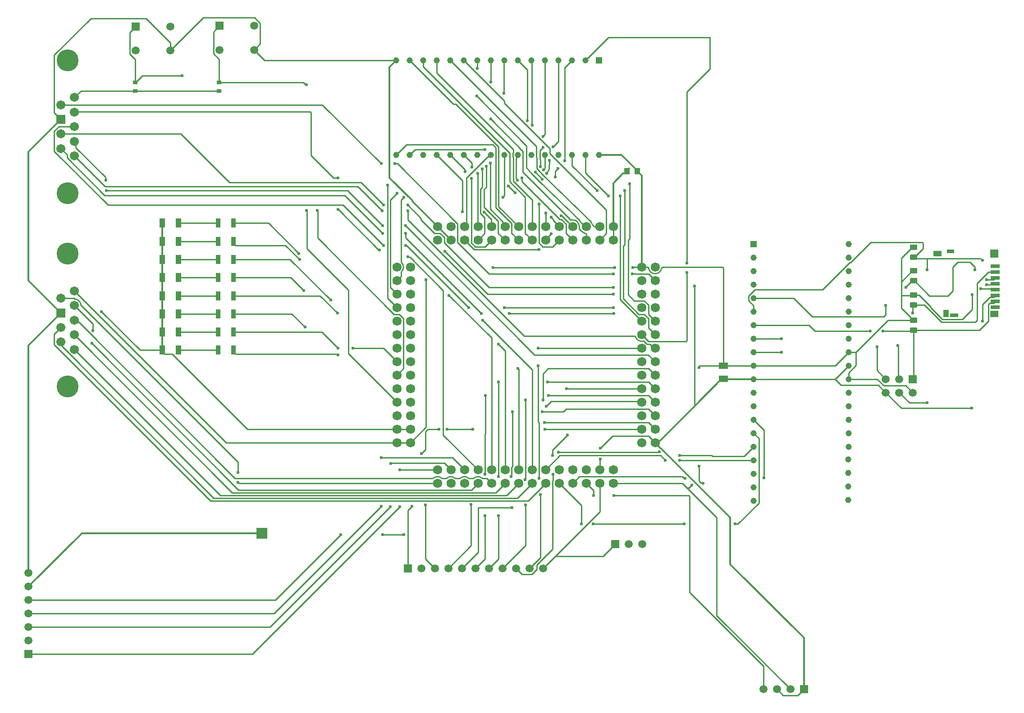
<source format=gbr>
G04*
G04 #@! TF.GenerationSoftware,Altium Limited,Altium Designer,22.4.2 (48)*
G04*
G04 Layer_Physical_Order=1*
G04 Layer_Color=255*
%FSLAX25Y25*%
%MOIN*%
G70*
G04*
G04 #@! TF.SameCoordinates,08344E4B-EA76-4565-9D62-395010ACA534*
G04*
G04*
G04 #@! TF.FilePolarity,Positive*
G04*
G01*
G75*
%ADD13C,0.01000*%
%ADD14R,0.06102X0.03937*%
%ADD15R,0.05512X0.03150*%
%ADD16R,0.03937X0.05709*%
%ADD17R,0.05906X0.03150*%
%ADD18R,0.06890X0.03150*%
%ADD19R,0.05906X0.05906*%
%ADD20R,0.05906X0.05118*%
%ADD21R,0.04331X0.05118*%
%ADD22R,0.07874X0.07874*%
%ADD23R,0.03543X0.02756*%
%ADD24R,0.03819X0.06811*%
%ADD25R,0.03976X0.06811*%
G04:AMPARAMS|DCode=26|XSize=39.37mil|YSize=55.91mil|CornerRadius=4.92mil|HoleSize=0mil|Usage=FLASHONLY|Rotation=90.000|XOffset=0mil|YOffset=0mil|HoleType=Round|Shape=RoundedRectangle|*
%AMROUNDEDRECTD26*
21,1,0.03937,0.04606,0,0,90.0*
21,1,0.02953,0.05591,0,0,90.0*
1,1,0.00984,0.02303,0.01476*
1,1,0.00984,0.02303,-0.01476*
1,1,0.00984,-0.02303,-0.01476*
1,1,0.00984,-0.02303,0.01476*
%
%ADD26ROUNDEDRECTD26*%
%ADD27R,0.07165X0.04567*%
%ADD55C,0.01000*%
%ADD56C,0.01378*%
%ADD57C,0.04528*%
%ADD58R,0.04528X0.04528*%
%ADD59R,0.05937X0.05937*%
%ADD60C,0.05937*%
%ADD61R,0.05937X0.05937*%
%ADD62R,0.04528X0.04528*%
%ADD63C,0.05898*%
%ADD64R,0.05898X0.05898*%
%ADD65C,0.06724*%
%ADD66R,0.06724X0.06724*%
%ADD67C,0.16205*%
%ADD68C,0.06791*%
%ADD69C,0.02362*%
D13*
X481633Y346971D02*
G03*
X491367Y346971I4867J529D01*
G01*
X328923Y191000D02*
G03*
X322077Y191000I-3423J-3500D01*
G01*
X338923D02*
G03*
X332077Y191000I-3423J-3500D01*
G01*
X358923D02*
G03*
X352077Y191000I-3423J-3500D01*
G01*
X348923D02*
G03*
X342077Y191000I-3423J-3500D01*
G01*
X298808Y343891D02*
G03*
X298808Y351109I-3308J3609D01*
G01*
X471827Y296041D02*
G03*
X477653Y292742I4673J1459D01*
G01*
X471661Y296207D02*
G03*
X471659Y296210I-707J-707D01*
G01*
X61859Y319141D02*
G03*
X57172Y323828I-4859J-172D01*
G01*
X430396Y377500D02*
G03*
X425909Y382379I-4896J-0D01*
G01*
X438929Y380994D02*
G03*
X438928Y380995I-3429J-3494D01*
G01*
X440227Y378773D02*
G03*
X438929Y380994I-4727J-1273D01*
G01*
X431878Y380122D02*
G03*
X430284Y382466I-6378J-2623D01*
G01*
X421276Y381476D02*
G03*
X421294Y381459I704J710D01*
G01*
X423962Y382628D02*
G03*
X424074Y382533I706J709D01*
G01*
X432037Y374000D02*
G03*
X433798Y372874I3459J3465D01*
G01*
X325500Y377500D02*
X335500Y367500D01*
X419500Y426000D02*
Y495000D01*
X403646Y444146D02*
Y444514D01*
X411082Y436582D02*
X415000Y440500D01*
X385000Y500500D02*
X391896Y493604D01*
X408764Y431335D02*
Y435236D01*
X391896Y455896D02*
Y493604D01*
X375101Y468899D02*
X408764Y435236D01*
X375101Y468899D02*
Y470399D01*
X403646Y444514D02*
X405000Y445869D01*
X401514Y426400D02*
X401679Y421932D01*
X345000Y500500D02*
X375101Y470399D01*
X401500Y426793D02*
X401514Y426400D01*
X401236Y433736D02*
X403500Y436000D01*
X401236Y427056D02*
Y433736D01*
Y427056D02*
X401500Y426793D01*
X355000Y494500D02*
Y500500D01*
X105528Y285972D02*
X122055D01*
X77000Y314500D02*
X105528Y285972D01*
X57000Y329756D02*
X169256Y217500D01*
X295500D01*
X448000Y133500D02*
X457000Y142500D01*
X318328Y227500D02*
X326500D01*
X305500Y217500D02*
X317000Y229000D01*
X316500Y212500D02*
Y225672D01*
X318328Y227500D01*
X317000Y229000D02*
Y338000D01*
X313500Y209500D02*
X316500Y212500D01*
X366500Y347000D02*
X456500D01*
X470500Y347500D02*
X476500D01*
X470000Y347000D02*
X470500Y347500D01*
X455500Y367500D02*
Y377500D01*
X515271Y244229D02*
X515500Y244458D01*
Y333500D01*
X445750Y197750D02*
Y205250D01*
X446000Y205500D01*
X445500Y197500D02*
X445750Y197750D01*
X431465Y208000D02*
X431646Y208181D01*
X460982D02*
X461164Y208000D01*
X490500D01*
X416000D02*
X431465D01*
X431646Y208181D02*
X460982D01*
X405500Y197500D02*
X416000Y208000D01*
X415061Y210575D02*
X489394D01*
X490500Y208000D02*
X494000Y204500D01*
X410500Y208000D02*
Y212000D01*
X421500Y223000D01*
X414955Y210469D02*
X415061Y210575D01*
X489394D02*
X489500Y210681D01*
X481604Y222396D02*
X486500Y217500D01*
X454896Y222396D02*
X481604D01*
X446000Y213500D02*
X454896Y222396D01*
X510000Y184000D02*
X532000Y162000D01*
X506500Y187500D02*
X510000Y184000D01*
X511500D02*
X513500Y186000D01*
X510000Y184000D02*
X511500D01*
X519000Y188999D02*
Y200000D01*
X520238Y187761D02*
X521739D01*
X522000Y187500D01*
X519000Y188999D02*
X520238Y187761D01*
X491603Y347207D02*
X491896Y347500D01*
X491367Y346971D02*
X491603Y347207D01*
X481397Y347207D02*
X481633Y346971D01*
X481633Y346971D01*
X519000Y274000D02*
X519342Y274342D01*
X537000D01*
X412500Y133500D02*
X445500Y166500D01*
X412500Y133500D02*
X448000D01*
X403500Y124500D02*
X412500Y133500D01*
X407000Y262500D02*
X481500D01*
X486500Y257500D01*
X512000Y106672D02*
X566500Y52172D01*
Y35000D02*
Y52172D01*
X512000Y106672D02*
Y177914D01*
X532000Y89500D02*
Y162000D01*
Y89500D02*
X586500Y35000D01*
X576500D02*
X580969Y30531D01*
X592031D01*
X596500Y35000D01*
X303500Y167500D02*
X306500Y170500D01*
X303500Y124500D02*
Y167500D01*
X332500Y227500D02*
X351500D01*
X405000D02*
X476500D01*
X350396Y141396D02*
Y171896D01*
X333500Y124500D02*
X350396Y141396D01*
X404500Y232500D02*
X481500Y232500D01*
X486500Y227500D01*
X343500Y124500D02*
X355500Y136500D01*
Y169500D01*
X380500D01*
X360500Y131500D02*
Y163500D01*
X353500Y124500D02*
X360500Y131500D01*
X370500D02*
Y163500D01*
X363500Y124500D02*
X370500Y131500D01*
X380396Y192896D02*
Y199319D01*
X381000Y199924D02*
Y240500D01*
X380396Y199319D02*
X381000Y199924D01*
X380000Y192500D02*
X380396Y192896D01*
X403000Y240500D02*
X418708D01*
X420604Y242396D01*
X481604D01*
X486500Y237500D01*
X409681Y248181D02*
X475819D01*
X476500Y247500D01*
X406000Y244500D02*
X409681Y248181D01*
X316500Y131500D02*
Y171500D01*
Y131500D02*
X323500Y124500D01*
X370500Y192500D02*
Y262500D01*
X403500Y268500D02*
X407396Y272396D01*
X403500Y249000D02*
Y268500D01*
X481500Y252500D02*
X486500Y247500D01*
X407500Y252500D02*
X481500D01*
X421000Y257500D02*
X476500D01*
X411000Y189924D02*
Y194000D01*
X399031Y127203D02*
X410604Y138776D01*
X399031Y123712D02*
Y127203D01*
X410604Y138776D02*
Y189528D01*
X395351Y120031D02*
X399031Y123712D01*
X387968Y120031D02*
X395351D01*
X410604Y189528D02*
X411000Y189924D01*
X383500Y124500D02*
X387968Y120031D01*
X401500Y132500D02*
Y179000D01*
X393500Y124500D02*
X401500Y132500D01*
X373500Y124500D02*
X390500Y141500D01*
Y171500D01*
X157519Y174604D02*
X392604D01*
X405500Y187500D01*
X42138Y289986D02*
X157519Y174604D01*
X390495Y248995D02*
X390500Y249000D01*
X390490Y189990D02*
X390495Y189995D01*
Y248995D01*
X407396Y272396D02*
X481604D01*
X486500Y267500D01*
X360500Y194000D02*
Y223566D01*
X358923Y191000D02*
X362000D01*
X362293Y190707D02*
X365500Y187500D01*
X328923Y191000D02*
X332077D01*
X348923D02*
X352077D01*
X338923D02*
X342077D01*
X362000D02*
X362293Y190707D01*
X176000Y191000D02*
X322077D01*
X175707Y191293D02*
X176000Y191000D01*
X60348Y306652D02*
X175707Y191293D01*
X360500Y223566D02*
X361000Y224066D01*
Y252500D01*
X508131Y191000D02*
X508500D01*
X506736Y192396D02*
X508131Y191000D01*
X430396Y192396D02*
X506736D01*
X425500Y187500D02*
X430396Y192396D01*
X563185Y172941D02*
Y220736D01*
X547744Y157500D02*
X563185Y172941D01*
X545500Y157500D02*
X547744D01*
X173789Y180604D02*
X368604D01*
X376604Y178604D02*
X385500Y187500D01*
X165002Y178604D02*
X376604D01*
X368604Y180604D02*
X375500Y187500D01*
X57000Y286606D02*
X165002Y178604D01*
X57000Y297394D02*
X173789Y180604D01*
X160126Y176604D02*
X384604D01*
X395500Y187500D01*
X400000Y232816D02*
X400500Y232316D01*
Y191000D02*
Y232316D01*
X400000Y232816D02*
Y274500D01*
Y287500D02*
X476500D01*
X567000Y191500D02*
Y226921D01*
X559421Y234500D02*
X567000Y226921D01*
X559421Y224500D02*
X563185Y220736D01*
X174827Y339657D02*
X216843D01*
X226500Y330000D01*
X240106Y299394D02*
X252000Y287500D01*
X174827Y299394D02*
X240106D01*
X385000Y272500D02*
X385500Y272000D01*
Y197500D02*
Y272000D01*
X174827Y353075D02*
X216425D01*
X246500Y323000D01*
X370500Y290500D02*
X375500Y285500D01*
Y197500D02*
Y285500D01*
X238768Y326232D02*
X251500Y313500D01*
X174827Y326232D02*
X238768D01*
X359000Y308000D02*
X395500Y271500D01*
Y197500D02*
Y271500D01*
X176236Y363595D02*
X212906D01*
X223500Y353000D01*
X174827Y365004D02*
Y366500D01*
Y365004D02*
X176236Y363595D01*
X329788Y223212D02*
Y330135D01*
X303761Y354739D02*
X305184D01*
X303500Y355000D02*
X303761Y354739D01*
X365500Y197500D02*
Y295000D01*
X334000Y326500D02*
X365500Y295000D01*
X329788Y223212D02*
X355500Y197500D01*
X305184Y354739D02*
X329788Y330135D01*
X200500Y380000D02*
X223000Y357500D01*
X174827Y380000D02*
X200500D01*
X252000Y390000D02*
X252341D01*
X282159Y360181D01*
X282500D01*
X81836Y393500D02*
X255500D01*
X285500Y363500D01*
X288500Y324500D02*
X295500Y317500D01*
X288500Y324500D02*
Y408000D01*
X295500Y217500D02*
X305500D01*
X295500Y227500D02*
X305500D01*
X174827Y312815D02*
X217685D01*
X227500Y303000D01*
X263000Y287500D02*
X285500D01*
X259500Y283500D02*
Y330500D01*
Y283500D02*
X295500Y247500D01*
X229000Y361000D02*
X259500Y330500D01*
X285500Y287500D02*
X295500Y277500D01*
X174827Y284476D02*
X176236Y283067D01*
X251064D01*
X251631Y282500D02*
X252000D01*
X174827Y284476D02*
Y285972D01*
X251064Y283067D02*
X251631Y282500D01*
X228131Y482500D02*
X228500D01*
X164000Y484150D02*
X226482D01*
X228131Y482500D01*
X229000Y361000D02*
Y389000D01*
X237000Y369076D02*
Y390000D01*
Y369076D02*
X293472Y312604D01*
X297319D01*
X102000Y484150D02*
X102394D01*
X107244Y489000D01*
X136500D01*
X297319Y312604D02*
X300396Y309528D01*
Y272396D02*
Y309528D01*
X295500Y267500D02*
X300396Y272396D01*
X389577Y296500D02*
X471368Y296500D01*
X362500Y327500D02*
X455500D01*
X302000Y369000D02*
X358000Y313000D01*
X302000Y369000D02*
Y372500D01*
X302500Y363500D02*
X348500Y317500D01*
X331000Y359000D02*
X362500Y327500D01*
X363577Y332500D02*
X455500D01*
X389284Y296793D02*
X389577Y296500D01*
X303500Y382576D02*
X389284Y296793D01*
X302000Y378000D02*
X397396Y282604D01*
X330604Y365472D02*
X363577Y332500D01*
X397396Y282604D02*
X481396D01*
X302000Y363500D02*
X302500D01*
X23000Y101000D02*
X205500D01*
X254000Y149500D01*
X285000D02*
X300500D01*
X204500Y91000D02*
X284000Y170500D01*
X23000Y91000D02*
X204500D01*
X284000Y206500D02*
X336500D01*
X345500Y197500D01*
X201500Y81000D02*
X290500Y170000D01*
X23000Y81000D02*
X201500D01*
X292000Y202500D02*
X330500D01*
X335500Y197500D01*
X23000Y61000D02*
X188500D01*
X297500Y170000D01*
Y197500D02*
X325500D01*
X415500Y187500D02*
X432000Y171000D01*
Y157500D02*
Y171000D01*
X440500Y157500D02*
X508000D01*
X456000Y178500D02*
X511414D01*
X512000Y177914D01*
X455500Y187500D02*
X506500D01*
X528395Y208000D02*
X528895Y207500D01*
X504500Y208000D02*
X528395D01*
X528895Y207500D02*
X552421D01*
X559421Y214500D01*
X504500Y204500D02*
X559421D01*
X47000Y446000D02*
X135806D01*
X171806Y410000D01*
X269000D01*
X79819Y407000D02*
X266500D01*
X80500Y404000D02*
X259000D01*
X285000Y378000D01*
X79361Y400581D02*
X256919D01*
X285000Y372500D01*
X266500Y407000D02*
X284500Y389000D01*
X57000Y429819D02*
X79819Y407000D01*
X232000Y430000D02*
X248500Y413500D01*
X252000D01*
X269000Y410000D02*
X285500Y393500D01*
X303500D02*
X313486Y383514D01*
Y382590D02*
Y383514D01*
X323472Y372604D02*
X327319D01*
X313486Y382590D02*
X323472Y372604D01*
X327319D02*
X330604Y369319D01*
Y365472D02*
Y369319D01*
X57000Y462181D02*
X57319Y462500D01*
X232000Y430000D02*
Y461914D01*
X57319Y462500D02*
X231414D01*
X232000Y461914D01*
X42138Y433199D02*
X81836Y393500D01*
X42138Y433199D02*
Y448014D01*
X45518Y451394D01*
X57000D01*
X51541Y428402D02*
X79361Y400581D01*
X51541Y428402D02*
Y430672D01*
X47000Y435213D02*
X51541Y430672D01*
X375000Y317500D02*
X455500D01*
X378500Y313000D02*
X456000D01*
X340396Y365681D02*
X363577Y342500D01*
X340396Y365681D02*
Y379528D01*
X295923Y424000D02*
X340396Y379528D01*
X240425Y467575D02*
X284000Y424000D01*
X47000Y467575D02*
X240425D01*
X294000Y424000D02*
X295923D01*
X363577Y342500D02*
X455500D01*
X469500D02*
X481500D01*
X466500Y327000D02*
Y367500D01*
Y327000D02*
X470896Y322604D01*
X481500Y342500D02*
X486500Y337500D01*
X463000Y324000D02*
Y363000D01*
Y324000D02*
X474396Y312604D01*
X463000Y363000D02*
X464000Y364000D01*
X460500Y323500D02*
Y400000D01*
Y323500D02*
X476500Y307500D01*
X58095Y435962D02*
X79989Y414068D01*
Y412011D02*
Y414068D01*
Y412011D02*
X80250Y411750D01*
X57000Y440606D02*
X58095Y439511D01*
Y435962D02*
Y439511D01*
X481396Y282604D02*
X486500Y277500D01*
X303500Y382576D02*
Y389000D01*
X298793Y351124D02*
X298808Y351109D01*
X298500Y351417D02*
Y397000D01*
X290604Y332396D02*
Y397104D01*
X295500Y402000D01*
Y337500D02*
X298500Y340500D01*
Y343583D01*
X298793Y343876D01*
X290604Y332396D02*
X295500Y327500D01*
X298793Y343876D02*
X298808Y343891D01*
X298500Y351417D02*
X298793Y351124D01*
X298500Y397000D02*
X300500Y399000D01*
X478474Y292449D02*
X480423Y290500D01*
X471661Y296207D02*
X471827Y296041D01*
X477653Y292742D02*
X477767D01*
X478181D02*
X478474Y292449D01*
X471368Y296500D02*
X471659Y296210D01*
X477767Y292742D02*
X478181D01*
X482577Y290500D02*
X485576Y287500D01*
X480423Y290500D02*
X482577D01*
X481500Y292500D02*
X509414D01*
X485576Y287500D02*
X486500D01*
X476500Y297500D02*
X481500Y292500D01*
X510000Y293086D02*
Y343500D01*
X509414Y292500D02*
X510000Y293086D01*
X184902Y227500D02*
X295500D01*
X129335Y283067D02*
X184902Y227500D01*
X123543Y283067D02*
X129335D01*
X122055Y284555D02*
Y285972D01*
Y284555D02*
X123543Y283067D01*
X56638Y324362D02*
X57172Y323828D01*
X47000Y324362D02*
X56638D01*
X61859Y319141D02*
X178000Y203000D01*
Y195500D02*
Y203000D01*
X58549Y308181D02*
X60078Y306652D01*
X60348D01*
X70000Y291000D02*
X178396Y182604D01*
X57000Y308181D02*
X58549D01*
X178396Y182604D02*
X350604D01*
X178000Y188000D02*
X178500Y187500D01*
X325500D01*
X350604Y182604D02*
X355500Y187500D01*
X48095Y288635D02*
X160126Y176604D01*
X57000Y318969D02*
X70500Y305469D01*
Y300500D02*
Y305469D01*
X445500Y166500D02*
Y187500D01*
X42138Y297925D02*
X47000Y302787D01*
X42138Y289986D02*
Y297925D01*
X48095Y288635D02*
Y290905D01*
X47000Y292000D02*
X48095Y290905D01*
X378000Y407500D02*
X383000Y402500D01*
X375000Y400369D02*
Y430421D01*
X374000Y399369D02*
X375000Y400369D01*
X374000Y399000D02*
Y399369D01*
X381500Y411000D02*
Y428598D01*
X325000Y491000D02*
X381500Y434500D01*
Y411000D02*
X395500Y397000D01*
X381236Y431980D02*
X381500Y432244D01*
X381236Y428862D02*
Y431980D01*
X383500Y412913D02*
Y428072D01*
X385000Y429572D01*
Y430421D01*
X384646Y411646D02*
Y411767D01*
X383500Y412913D02*
X384646Y411767D01*
X381236Y428862D02*
X381500Y428598D01*
Y432244D02*
Y434500D01*
X388764Y417688D02*
Y433236D01*
X389350Y417102D02*
X423962Y382628D01*
X388764Y417688D02*
X389350Y417102D01*
X365000Y457000D02*
X388764Y433236D01*
X405000Y420869D02*
Y430421D01*
X403989Y419858D02*
X405000Y420869D01*
X403989Y419489D02*
Y419858D01*
X406164Y416925D02*
X408000Y420000D01*
Y423215D01*
X401890Y409819D02*
X430284Y382466D01*
X400319Y411389D02*
X401890Y409819D01*
X404110Y415181D02*
X438928Y380995D01*
X391236Y421178D02*
Y437264D01*
X402819Y416390D02*
X404027Y415181D01*
X432014Y379986D02*
X434500Y377500D01*
X431878Y380122D02*
X432014Y379986D01*
X395465Y416535D02*
X400319Y411389D01*
X398146Y417646D02*
X403000Y412500D01*
X391236Y421178D02*
X395465Y416535D01*
X402791Y416422D02*
X402819Y416390D01*
X400827Y418756D02*
X402791Y416422D01*
X404027Y415181D02*
X404110D01*
X440227Y378773D02*
X440407Y378593D01*
X399006Y420577D02*
X400827Y418756D01*
X398764Y436736D02*
X399006Y420577D01*
X335000Y500500D02*
X398471Y437029D01*
X434500Y377500D02*
X435500D01*
X430396Y377500D02*
X430396Y375642D01*
X424074Y382533D02*
X425909Y382379D01*
X430396Y375642D02*
X430544Y375494D01*
X398471Y437029D02*
X398764Y436736D01*
X440407Y378593D02*
X441500Y377500D01*
X430544Y375494D02*
X432037Y374000D01*
X400500Y365577D02*
Y394000D01*
X405500Y368000D02*
X409500Y372000D01*
X403472Y362604D02*
X410604D01*
X415500Y367500D01*
X400500Y365577D02*
X403472Y362604D01*
X352500Y360500D02*
X400500D01*
X345500Y367500D02*
X352500Y360500D01*
X405500Y377500D02*
Y387500D01*
X411249Y381751D02*
Y382458D01*
X409500Y384207D02*
Y384500D01*
Y384207D02*
X411249Y382458D01*
X350500Y365577D02*
X353472Y362604D01*
X350500Y365577D02*
Y413000D01*
X344000Y388500D02*
Y411421D01*
X325000Y430421D02*
X344000Y411421D01*
X347000Y380567D02*
Y413500D01*
X345500Y379067D02*
X347000Y380567D01*
Y413500D02*
X362799Y429299D01*
X345500Y377500D02*
Y379067D01*
X357423Y405257D02*
X358500Y406334D01*
X360396Y372396D02*
Y384021D01*
X365444Y377556D02*
X365500Y377500D01*
X360104Y388104D02*
X365444Y382764D01*
X357423Y386994D02*
Y405257D01*
Y386994D02*
X360396Y384021D01*
X365444Y377556D02*
Y382764D01*
X374038Y380529D02*
X375500Y379067D01*
Y377500D02*
Y379067D01*
X364500Y390500D02*
Y424500D01*
X374038Y380529D02*
Y380962D01*
X360146Y391854D02*
X370396Y381604D01*
X360146Y391854D02*
Y405152D01*
X364500Y390500D02*
X374038Y380962D01*
X370396Y372604D02*
Y381604D01*
X355500Y367500D02*
X360396Y372396D01*
X345739Y418261D02*
X346000Y418000D01*
X335000Y430421D02*
X345739Y419682D01*
Y418261D02*
Y419682D01*
X364045Y430421D02*
X365000D01*
X362923Y429299D02*
X364045Y430421D01*
X362799Y429299D02*
X362923D01*
X353472Y362604D02*
X360604D01*
X365500Y367500D01*
X358500Y406334D02*
Y420000D01*
X361500Y406506D02*
Y422000D01*
X360146Y405152D02*
X361500Y406506D01*
X355319Y416766D02*
X355410Y416675D01*
Y377590D02*
Y416675D01*
Y377590D02*
X355500Y377500D01*
X345000Y430421D02*
X351000Y424421D01*
Y421500D02*
Y424421D01*
X370396Y372604D02*
X375500Y367500D01*
X309079Y434500D02*
X360500D01*
X305000Y430421D02*
X309079Y434500D01*
X302579Y438000D02*
X366500D01*
X295000Y430421D02*
X302579Y438000D01*
X366500D02*
X368764Y435736D01*
X370764Y392236D02*
Y436565D01*
X368764Y391408D02*
X380396Y379776D01*
X370764Y392236D02*
X385500Y377500D01*
X368764Y391408D02*
Y435736D01*
X339134Y468195D02*
X370764Y436565D01*
X305000Y500500D02*
X337305Y468195D01*
X339134D01*
X380396Y372604D02*
X385500Y367500D01*
X380396Y372604D02*
Y379776D01*
X408764Y431335D02*
X450396Y389703D01*
X425000Y422500D02*
X443500Y404000D01*
X425000Y422500D02*
Y430421D01*
X466500Y367500D02*
X467500Y368500D01*
Y409000D01*
X470896Y322604D02*
X478319D01*
X481604Y319319D01*
Y312396D02*
Y319319D01*
Y312396D02*
X486500Y307500D01*
X435000Y417000D02*
Y430421D01*
Y417000D02*
X452000Y400000D01*
X464000Y364000D02*
Y404000D01*
X474396Y312604D02*
X478319D01*
X481604Y309319D01*
Y302396D02*
X486500Y297500D01*
X481604Y302396D02*
Y309319D01*
X435000Y500500D02*
X452000Y517500D01*
X527000D01*
Y494000D02*
Y517500D01*
X510000Y350500D02*
Y477000D01*
X527000Y494000D01*
X491896Y347500D02*
X536414D01*
X536707Y347207D02*
X537000Y346914D01*
X536414Y347500D02*
X536707Y347207D01*
X405000Y445869D02*
Y500500D01*
X408396Y423610D02*
Y426396D01*
X408000Y423215D02*
X408396Y423610D01*
X419500Y495000D02*
X425000Y500500D01*
X412500Y414000D02*
Y418500D01*
X414500Y420500D01*
X405500Y367500D02*
Y368000D01*
X415000Y440500D02*
Y500500D01*
X379000Y410672D02*
Y431744D01*
X315000Y495744D02*
X379000Y431744D01*
X315000Y495744D02*
Y500500D01*
X379000Y410672D02*
X390396Y399276D01*
Y372604D02*
Y399276D01*
Y372604D02*
X395500Y367500D01*
X388000Y410708D02*
Y413500D01*
X374750Y500250D02*
X375000Y500500D01*
X395000D02*
X395250Y500250D01*
X374750Y476250D02*
Y500250D01*
X374500Y476000D02*
X374750Y476250D01*
X395250Y452750D02*
Y500250D01*
Y452750D02*
X395500Y452500D01*
X365000Y484500D02*
Y500500D01*
X354500Y474000D02*
X391236Y437264D01*
X325000Y491000D02*
Y500500D01*
X395500Y377500D02*
Y397000D01*
X441500Y377500D02*
X445500D01*
X450396Y372396D02*
Y389703D01*
X411249Y381751D02*
X415500Y377500D01*
X421294Y381459D02*
X421294Y381459D01*
X421272Y381480D02*
X421276Y381476D01*
X417252Y385500D02*
X421272Y381480D01*
X421294Y381459D02*
X425500Y377500D01*
X417105Y382819D02*
X420604Y379319D01*
X388000Y410708D02*
X415890Y382819D01*
X420604Y372396D02*
Y379319D01*
X415890Y382819D02*
X417105D01*
X420604Y372396D02*
X425500Y367500D01*
X417000Y385500D02*
X417252D01*
X197784Y500500D02*
X295000D01*
X190000Y508284D02*
X197784Y500500D01*
X434914Y372604D02*
X435500Y372019D01*
X433798Y372874D02*
X434914Y372604D01*
X435500Y367500D02*
Y372019D01*
X445500Y367500D02*
X450396Y372396D01*
X128000Y507784D02*
X152216Y532000D01*
X190292D01*
X194449Y527843D01*
Y512732D02*
Y527843D01*
X190000Y508284D02*
X194449Y512732D01*
X110000Y531500D02*
X128000Y513500D01*
X69314Y531500D02*
X110000D01*
X128000Y507784D02*
Y513500D01*
X42138Y504324D02*
X69314Y531500D01*
X42138Y461650D02*
X47000Y456787D01*
X42138Y461650D02*
Y504324D01*
X97961Y505059D02*
Y521051D01*
X102409Y525500D01*
X97961Y505059D02*
X102000Y501020D01*
Y484150D02*
Y501020D01*
X159961Y505309D02*
X164000Y501270D01*
X159961Y521551D02*
X164409Y526000D01*
X159961Y505309D02*
Y521551D01*
X164000Y484150D02*
Y501270D01*
X61882Y477850D02*
X102000D01*
X57000Y472968D02*
X61882Y477850D01*
X102000D02*
X164000D01*
X441000Y178500D02*
Y182000D01*
X435500Y187500D02*
X441000Y182000D01*
X537000Y274342D02*
Y346914D01*
X481104Y347500D02*
X481397Y347207D01*
X476500Y347500D02*
X481104D01*
X674500Y247000D02*
X687500D01*
X667000Y254500D02*
X674500Y247000D01*
X687500Y353957D02*
X727043D01*
X678362D02*
X687500D01*
Y345500D02*
Y353957D01*
X737488Y334500D02*
X737972Y334984D01*
X731500Y334500D02*
X737488D01*
X724699Y308285D02*
Y335317D01*
X698235Y306878D02*
X723292D01*
X724699Y335317D02*
X733028Y343646D01*
X723292Y306878D02*
X724699Y308285D01*
X733028Y343646D02*
X737972D01*
X731500Y338000D02*
X733847D01*
X737126Y331500D02*
X737972Y330654D01*
X727381Y331500D02*
X737126D01*
X721000Y316186D02*
Y327000D01*
X713692Y308878D02*
X721000Y316186D01*
X690429Y317512D02*
Y318047D01*
Y317512D02*
X699064Y308878D01*
X681795Y326681D02*
X690429Y318047D01*
X677500Y326681D02*
X681795D01*
X699064Y308878D02*
X713692D01*
X677500Y319319D02*
X685794D01*
X698235Y306878D01*
X734087Y325248D02*
X736898D01*
X728500Y307500D02*
Y319661D01*
X736898Y325248D02*
X737972Y326323D01*
X728500Y319661D02*
X734087Y325248D01*
X668500Y243000D02*
X720500D01*
X657000Y254500D02*
X668500Y243000D01*
X672000Y332500D02*
Y332646D01*
X676673Y337319D02*
X677500D01*
X672000Y332646D02*
X676673Y337319D01*
X666261Y265239D02*
X667000Y264500D01*
X666261Y265239D02*
Y289239D01*
X666000Y289500D02*
X666261Y289239D01*
X559421Y294500D02*
X580000D01*
X600188Y304500D02*
X604688Y300000D01*
X644500D01*
X635000Y284500D02*
X658681Y308181D01*
X676673D01*
X650500Y271000D02*
Y288500D01*
Y271000D02*
X657000Y264500D01*
X559421Y284500D02*
X580000D01*
X677500Y300819D02*
X726319D01*
X733028Y307528D02*
Y319858D01*
X726319Y300819D02*
X733028Y307528D01*
Y319858D02*
X733906Y320736D01*
X734442D01*
X734623Y320917D01*
X736898D01*
X737972Y321992D01*
X736898Y338240D02*
X737972Y339315D01*
X734087Y338240D02*
X736898D01*
X733847Y338000D02*
X734087Y338240D01*
X727043Y353957D02*
X728500Y352500D01*
X677500Y354819D02*
X678362Y353957D01*
X723000Y345500D02*
Y347452D01*
X719401Y351051D02*
X723000Y347452D01*
X706575Y347342D02*
X710284Y351051D01*
X719401D01*
X702865Y326201D02*
X706575Y329910D01*
Y347342D01*
X678327Y337319D02*
X689445Y326201D01*
X702865D01*
X677500Y337319D02*
X678327D01*
X677500Y354819D02*
X678327D01*
X684500Y360992D02*
Y365064D01*
X683914Y365650D02*
X684500Y365064D01*
X645972Y365650D02*
X683914D01*
X678327Y354819D02*
X684500Y360992D01*
X610413Y330736D02*
X630413Y350736D01*
X560335Y330736D02*
X610413D01*
X555657Y326059D02*
X560335Y330736D01*
X555657Y322639D02*
Y326059D01*
Y322639D02*
X559421Y318875D01*
X630413Y350736D02*
X631059D01*
X559421Y314500D02*
Y318875D01*
X631059Y350736D02*
X645972Y365650D01*
X677000Y318819D02*
X677500Y319319D01*
X677000Y313500D02*
Y318819D01*
X655736Y310736D02*
X657000Y312000D01*
Y319000D01*
X602599Y310736D02*
X655736D01*
X588835Y324500D02*
X602599Y310736D01*
X559421Y324500D02*
X588835D01*
X668500Y317181D02*
X675205Y310476D01*
Y309650D02*
X676673Y308181D01*
X675205Y309650D02*
Y310476D01*
X668500Y317181D02*
Y325914D01*
X655261Y300261D02*
X676942D01*
X655000Y300000D02*
X655261Y300261D01*
X676942D02*
X677500Y300819D01*
X671865Y259635D02*
X677000Y254500D01*
X655546Y259635D02*
X671865D01*
X650681Y264500D02*
X655546Y259635D01*
X629500Y264500D02*
X650681D01*
X624028Y259972D02*
X651528D01*
X657000Y254500D01*
X619500Y264500D02*
X624028Y259972D01*
X677500Y265000D02*
Y300819D01*
X677000Y264500D02*
X677500Y265000D01*
X629500Y269177D02*
X635000Y274677D01*
X629500Y264500D02*
Y269177D01*
X635000Y274677D02*
Y284500D01*
X559421Y304500D02*
X600188D01*
X668500Y354008D02*
X676673Y362181D01*
X668500Y336508D02*
Y354008D01*
X676673Y362181D02*
X677500D01*
X676673Y344681D02*
X677500D01*
X668500Y336508D02*
X676673Y344681D01*
X668500Y325914D02*
Y336508D01*
X677319Y326500D02*
X677500Y326681D01*
X668500Y325914D02*
X669086Y326500D01*
X677319D01*
X676673Y308181D02*
X677500D01*
X629500Y284500D02*
X635000D01*
X619500Y274500D02*
X629500Y284500D01*
X559421Y274500D02*
X619500D01*
X559421Y264500D02*
X619500D01*
X629500Y274500D01*
X537158D02*
X559421D01*
X537000Y274342D02*
X537158Y274500D01*
X133945Y285972D02*
X163173D01*
X133945Y299393D02*
X163173D01*
X163173Y299394D01*
X133945Y312815D02*
X163173D01*
X133945Y326232D02*
X163173D01*
X133945Y339657D02*
X163173D01*
X133945Y353075D02*
X163173D01*
X133945Y366500D02*
X163173D01*
X133945Y380000D02*
X163173D01*
D14*
X695453Y357425D02*
D03*
D15*
X705000Y359000D02*
D03*
D16*
X701653Y313232D02*
D03*
D17*
X707559Y311953D02*
D03*
D18*
X737972Y347976D02*
D03*
Y343646D02*
D03*
Y339315D02*
D03*
Y334984D02*
D03*
Y330654D02*
D03*
Y326323D02*
D03*
Y321992D02*
D03*
Y317661D02*
D03*
D19*
X737480Y357622D02*
D03*
D20*
Y312937D02*
D03*
D21*
X465760Y418500D02*
D03*
X473240D02*
D03*
D22*
X195500Y150500D02*
D03*
D23*
X164000Y477850D02*
D03*
Y484150D02*
D03*
X102000Y477850D02*
D03*
Y484150D02*
D03*
D24*
X174827Y339657D02*
D03*
X163173D02*
D03*
X174827Y380000D02*
D03*
X163173D02*
D03*
X174827Y366500D02*
D03*
X163173D02*
D03*
X174827Y285972D02*
D03*
X163173D02*
D03*
X174827Y299394D02*
D03*
X163173D02*
D03*
X174827Y312815D02*
D03*
X163173D02*
D03*
X174827Y326232D02*
D03*
X163173D02*
D03*
X174827Y353075D02*
D03*
X163173D02*
D03*
D25*
X133945Y285972D02*
D03*
X122055D02*
D03*
X133945Y299393D02*
D03*
X122055D02*
D03*
X133945Y312815D02*
D03*
X122055D02*
D03*
X133945Y326232D02*
D03*
X122055D02*
D03*
X133945Y339657D02*
D03*
X122055D02*
D03*
X133945Y353075D02*
D03*
X122055D02*
D03*
X133945Y366500D02*
D03*
X122055D02*
D03*
X133945Y380000D02*
D03*
X122055D02*
D03*
D26*
X677500Y300819D02*
D03*
Y308181D02*
D03*
Y319319D02*
D03*
Y326681D02*
D03*
Y337319D02*
D03*
Y344681D02*
D03*
Y354819D02*
D03*
Y362181D02*
D03*
D27*
X537000Y264658D02*
D03*
Y274342D02*
D03*
D55*
X298793Y343876D02*
D03*
X298793Y351124D02*
D03*
X477767Y292742D02*
D03*
X491603Y347207D02*
D03*
X481397Y347207D02*
D03*
D56*
X465327Y419327D02*
X466193D01*
X465327Y417939D02*
Y419327D01*
X515500Y244458D02*
X535701Y264658D01*
X489650Y218608D02*
X515271Y244229D01*
X542000Y127500D02*
Y162240D01*
X490689Y213551D02*
X542000Y162240D01*
X490449Y213551D02*
X490689D01*
X486500Y217500D02*
X490449Y213551D01*
X596500Y35000D02*
Y73000D01*
X542000Y127500D02*
X596500Y73000D01*
X290000Y413559D02*
X306866Y396693D01*
Y396134D02*
X325500Y377500D01*
X290000Y413559D02*
Y495500D01*
X306866Y396134D02*
Y396693D01*
X486500Y217500D02*
X487608Y218608D01*
X489650D01*
X464094Y416707D02*
X465327Y417939D01*
X462707Y416707D02*
X464094D01*
X455500Y409500D02*
X462707Y416707D01*
X473240Y418500D02*
Y418894D01*
X461713Y430421D02*
X473240Y418894D01*
X445000Y430421D02*
X461713D01*
X466193Y419327D02*
X467425Y420559D01*
X473240Y418500D02*
X476096Y415644D01*
X476500Y415240D01*
X290000Y495500D02*
X295000Y500500D01*
X455500Y377500D02*
Y409500D01*
X476500Y347500D02*
Y415240D01*
X535701Y264658D02*
X537000D01*
X537158Y264500D02*
X559421D01*
X537000Y264658D02*
X537158Y264500D01*
X122055Y285972D02*
Y299393D01*
Y312815D01*
Y366500D02*
Y380000D01*
Y353075D02*
Y366500D01*
Y326232D02*
Y339657D01*
Y312815D02*
Y326232D01*
Y339657D02*
Y353075D01*
X23000Y337575D02*
X47000Y313575D01*
X23000Y337575D02*
Y432787D01*
X47000Y456787D01*
X23000Y289575D02*
X47000Y313575D01*
X23000Y121000D02*
Y289575D01*
Y111000D02*
X62500Y150500D01*
X195500D01*
D57*
X629500Y364500D02*
D03*
Y354500D02*
D03*
Y344500D02*
D03*
Y334500D02*
D03*
Y324500D02*
D03*
Y314500D02*
D03*
Y304500D02*
D03*
Y294500D02*
D03*
Y284500D02*
D03*
Y274500D02*
D03*
Y264500D02*
D03*
Y254500D02*
D03*
Y244500D02*
D03*
Y234500D02*
D03*
Y224500D02*
D03*
Y214500D02*
D03*
X559421Y254500D02*
D03*
Y264500D02*
D03*
Y274500D02*
D03*
Y284500D02*
D03*
Y294500D02*
D03*
Y304500D02*
D03*
Y314500D02*
D03*
Y324500D02*
D03*
Y334500D02*
D03*
Y344500D02*
D03*
Y354500D02*
D03*
Y244500D02*
D03*
Y234500D02*
D03*
Y224500D02*
D03*
Y214500D02*
D03*
Y204500D02*
D03*
Y194500D02*
D03*
Y184500D02*
D03*
Y174500D02*
D03*
X629421Y205000D02*
D03*
Y195000D02*
D03*
Y185000D02*
D03*
Y175000D02*
D03*
X435000Y500500D02*
D03*
X425000D02*
D03*
X415000D02*
D03*
X405000D02*
D03*
X395000D02*
D03*
X385000D02*
D03*
X375000D02*
D03*
X365000D02*
D03*
X355000D02*
D03*
X345000D02*
D03*
X335000D02*
D03*
X325000D02*
D03*
X315000D02*
D03*
X305000D02*
D03*
X295000D02*
D03*
Y430421D02*
D03*
X305000D02*
D03*
X315000D02*
D03*
X325000D02*
D03*
X335000D02*
D03*
X345000D02*
D03*
X355000D02*
D03*
X365000D02*
D03*
X375000D02*
D03*
X385000D02*
D03*
X395000D02*
D03*
X405000D02*
D03*
X415000D02*
D03*
X425000D02*
D03*
X435000D02*
D03*
X445000D02*
D03*
D58*
X559421Y364500D02*
D03*
D59*
X677000Y264500D02*
D03*
X596500Y35000D02*
D03*
X457000Y142500D02*
D03*
X303500Y124500D02*
D03*
D60*
X677000Y254500D02*
D03*
X667000D02*
D03*
X657000D02*
D03*
X667000Y264500D02*
D03*
X657000D02*
D03*
X566500Y35000D02*
D03*
X586500D02*
D03*
X576500D02*
D03*
X477000Y142500D02*
D03*
X467000D02*
D03*
X363500Y124500D02*
D03*
X373500D02*
D03*
X383500D02*
D03*
X393500D02*
D03*
X403500D02*
D03*
X353500D02*
D03*
X313500D02*
D03*
X323500D02*
D03*
X333500D02*
D03*
X343500D02*
D03*
X23000Y121000D02*
D03*
Y101000D02*
D03*
Y91000D02*
D03*
Y81000D02*
D03*
Y71000D02*
D03*
Y111000D02*
D03*
D61*
Y61000D02*
D03*
D62*
X445000Y500500D02*
D03*
D63*
X164409Y508284D02*
D03*
X190000D02*
D03*
Y526000D02*
D03*
X102409Y507784D02*
D03*
X128000D02*
D03*
Y525500D02*
D03*
D64*
X164409Y526000D02*
D03*
X102409Y525500D02*
D03*
D65*
X47000Y292000D02*
D03*
X57000Y297394D02*
D03*
X47000Y302787D02*
D03*
X57000Y308181D02*
D03*
Y318969D02*
D03*
X47000Y324362D02*
D03*
X57000Y329756D02*
D03*
Y286606D02*
D03*
X47000Y435213D02*
D03*
X57000Y440606D02*
D03*
X47000Y446000D02*
D03*
X57000Y451394D02*
D03*
Y462181D02*
D03*
X47000Y467575D02*
D03*
X57000Y472968D02*
D03*
Y429819D02*
D03*
D66*
X47000Y313575D02*
D03*
Y456787D02*
D03*
D67*
X52000Y357394D02*
D03*
Y258968D02*
D03*
Y500606D02*
D03*
Y402181D02*
D03*
D68*
X375500Y377500D02*
D03*
X385500D02*
D03*
X425500D02*
D03*
X395500D02*
D03*
X405500D02*
D03*
X415500D02*
D03*
X435500D02*
D03*
X445500D02*
D03*
X455500D02*
D03*
X375500Y367500D02*
D03*
X385500D02*
D03*
X425500D02*
D03*
X395500D02*
D03*
X445500D02*
D03*
X455500D02*
D03*
X325500Y377500D02*
D03*
X335500D02*
D03*
X345500D02*
D03*
X355500D02*
D03*
X365500D02*
D03*
X325500Y367500D02*
D03*
X335500D02*
D03*
X345500D02*
D03*
X355500D02*
D03*
X365500D02*
D03*
X405500D02*
D03*
X415500D02*
D03*
X435500D02*
D03*
X455500Y187500D02*
D03*
X445500D02*
D03*
X435500D02*
D03*
X425500D02*
D03*
X415500D02*
D03*
X405500D02*
D03*
X395500D02*
D03*
X385500D02*
D03*
X375500D02*
D03*
X365500D02*
D03*
X355500D02*
D03*
X345500D02*
D03*
X335500D02*
D03*
X325500D02*
D03*
X455500Y197500D02*
D03*
X445500D02*
D03*
X435500D02*
D03*
X425500D02*
D03*
X415500D02*
D03*
X405500D02*
D03*
X395500D02*
D03*
X385500D02*
D03*
X375500D02*
D03*
X365500D02*
D03*
X355500D02*
D03*
X345500D02*
D03*
X335500D02*
D03*
X325500D02*
D03*
X476500Y217500D02*
D03*
Y227500D02*
D03*
Y237500D02*
D03*
Y247500D02*
D03*
Y257500D02*
D03*
Y267500D02*
D03*
Y277500D02*
D03*
Y287500D02*
D03*
Y297500D02*
D03*
Y307500D02*
D03*
Y317500D02*
D03*
Y327500D02*
D03*
Y337500D02*
D03*
Y347500D02*
D03*
X486500Y217500D02*
D03*
Y227500D02*
D03*
Y237500D02*
D03*
Y247500D02*
D03*
Y257500D02*
D03*
Y267500D02*
D03*
Y277500D02*
D03*
Y287500D02*
D03*
Y297500D02*
D03*
Y307500D02*
D03*
Y317500D02*
D03*
Y327500D02*
D03*
Y337500D02*
D03*
Y347500D02*
D03*
X295500Y217500D02*
D03*
Y227500D02*
D03*
Y237500D02*
D03*
Y247500D02*
D03*
Y257500D02*
D03*
Y267500D02*
D03*
Y277500D02*
D03*
Y287500D02*
D03*
Y297500D02*
D03*
Y307500D02*
D03*
Y317500D02*
D03*
Y327500D02*
D03*
Y337500D02*
D03*
Y347500D02*
D03*
X305500Y217500D02*
D03*
Y227500D02*
D03*
Y237500D02*
D03*
Y247500D02*
D03*
Y257500D02*
D03*
Y267500D02*
D03*
Y277500D02*
D03*
Y287500D02*
D03*
Y297500D02*
D03*
Y307500D02*
D03*
Y317500D02*
D03*
Y327500D02*
D03*
Y337500D02*
D03*
Y347500D02*
D03*
D69*
X419500Y426000D02*
D03*
X391896Y455896D02*
D03*
X403646Y444146D02*
D03*
X411082Y436582D02*
D03*
X403500Y436000D02*
D03*
X355000Y494500D02*
D03*
X77000Y314500D02*
D03*
X317000Y338000D02*
D03*
X366500Y347000D02*
D03*
X456500D02*
D03*
X470000D02*
D03*
X515500Y333500D02*
D03*
X446000Y205500D02*
D03*
Y213500D02*
D03*
X489500Y210681D02*
D03*
X414955Y210469D02*
D03*
X513500Y186000D02*
D03*
X522000Y187500D02*
D03*
X519000Y200000D02*
D03*
Y273000D02*
D03*
X306500Y170500D02*
D03*
X313500Y209500D02*
D03*
X326500Y227500D02*
D03*
X332500D02*
D03*
X351500D02*
D03*
X405000D02*
D03*
X421500Y223000D02*
D03*
X350396Y171896D02*
D03*
X404500Y232500D02*
D03*
X380500Y169500D02*
D03*
X360500Y163500D02*
D03*
X370500D02*
D03*
X380000Y192500D02*
D03*
X381000Y240500D02*
D03*
X403000D02*
D03*
X316500Y171500D02*
D03*
X406000Y244500D02*
D03*
X370500Y192500D02*
D03*
Y262500D02*
D03*
X407000D02*
D03*
X411000Y194000D02*
D03*
X410500Y208000D02*
D03*
X421000Y257500D02*
D03*
X390500Y171500D02*
D03*
X390490Y189990D02*
D03*
X390500Y249000D02*
D03*
X403500D02*
D03*
X407500Y252500D02*
D03*
X360500Y194000D02*
D03*
X361000Y252500D02*
D03*
X508500Y191000D02*
D03*
X567000Y191500D02*
D03*
X401500Y179000D02*
D03*
X400500Y191000D02*
D03*
X400000Y274500D02*
D03*
Y287500D02*
D03*
X226500Y330000D02*
D03*
X385000Y272500D02*
D03*
X246500Y323000D02*
D03*
X370500Y290500D02*
D03*
X251500Y313500D02*
D03*
X359000Y308000D02*
D03*
X223500Y353000D02*
D03*
X334000Y326500D02*
D03*
X223000Y357500D02*
D03*
X282500Y360181D02*
D03*
X285500Y363500D02*
D03*
X303500Y355000D02*
D03*
X227500Y303000D02*
D03*
X252000Y287500D02*
D03*
X263000D02*
D03*
X252000Y282500D02*
D03*
X228500Y482500D02*
D03*
Y389500D02*
D03*
X136500Y489000D02*
D03*
X236500Y389500D02*
D03*
X254000Y149500D02*
D03*
X285000D02*
D03*
X300500D02*
D03*
X284000Y206500D02*
D03*
Y170500D02*
D03*
X290500Y170000D02*
D03*
X291000Y202000D02*
D03*
X297500Y170000D02*
D03*
Y197500D02*
D03*
X432000Y157500D02*
D03*
X440500D02*
D03*
X508000D02*
D03*
X545500D02*
D03*
X504500Y208000D02*
D03*
X494000Y204500D02*
D03*
X504500D02*
D03*
X252000Y413500D02*
D03*
X285500Y393500D02*
D03*
X303500D02*
D03*
X331000Y359000D02*
D03*
X455500Y332500D02*
D03*
X252000Y390000D02*
D03*
X455500Y327500D02*
D03*
X80500Y404000D02*
D03*
X302000Y363500D02*
D03*
X348500Y317500D02*
D03*
X375000D02*
D03*
X455500D02*
D03*
X285000Y372500D02*
D03*
X302000D02*
D03*
X358000Y313000D02*
D03*
X378500D02*
D03*
X456000D02*
D03*
X284000Y424000D02*
D03*
X294000D02*
D03*
X455500Y342500D02*
D03*
X469500D02*
D03*
X80250Y411750D02*
D03*
X285000Y378000D02*
D03*
X302000D02*
D03*
X284500Y389000D02*
D03*
X303500D02*
D03*
X178000Y195500D02*
D03*
Y188000D02*
D03*
X70500Y300500D02*
D03*
X70000Y291000D02*
D03*
X383000Y402500D02*
D03*
X378000Y407500D02*
D03*
X288500Y408000D02*
D03*
X384646Y411646D02*
D03*
X295500Y402000D02*
D03*
X406164Y416925D02*
D03*
X401679Y421932D02*
D03*
X403989Y419489D02*
D03*
X403000Y412500D02*
D03*
X398146Y417646D02*
D03*
X409500Y372000D02*
D03*
X400500Y360500D02*
D03*
X409500Y384500D02*
D03*
X405500Y387500D02*
D03*
X374000Y399000D02*
D03*
X300500D02*
D03*
X344000Y388500D02*
D03*
X350500Y413000D02*
D03*
X360104Y388104D02*
D03*
X346000Y418000D02*
D03*
X358500Y420000D02*
D03*
X361500Y422000D02*
D03*
X355319Y416766D02*
D03*
X351000Y421500D02*
D03*
X360500Y434500D02*
D03*
X364500Y424500D02*
D03*
X467500Y409000D02*
D03*
X443500Y404000D02*
D03*
X464000D02*
D03*
X452000Y400000D02*
D03*
X460500D02*
D03*
X510000Y350500D02*
D03*
Y343500D02*
D03*
X408396Y426396D02*
D03*
X400500Y394000D02*
D03*
X414500Y420500D02*
D03*
X412500Y414000D02*
D03*
X388000Y413500D02*
D03*
X354500Y474000D02*
D03*
X374500Y476000D02*
D03*
X365000Y457000D02*
D03*
Y484500D02*
D03*
X395500Y452500D02*
D03*
X417000Y385500D02*
D03*
X441000Y178500D02*
D03*
X456000D02*
D03*
X687500Y247000D02*
D03*
Y345500D02*
D03*
X731500Y334500D02*
D03*
Y338000D02*
D03*
X721000Y327000D02*
D03*
X728500Y307500D02*
D03*
X720500Y243000D02*
D03*
X672000Y332500D02*
D03*
X666000Y289500D02*
D03*
X580000Y294500D02*
D03*
X650500Y288500D02*
D03*
X580000Y284500D02*
D03*
X727381Y331500D02*
D03*
X728500Y352500D02*
D03*
X723000Y345500D02*
D03*
X677000Y313500D02*
D03*
X657000Y319000D02*
D03*
X655000Y300000D02*
D03*
X645500D02*
D03*
M02*

</source>
